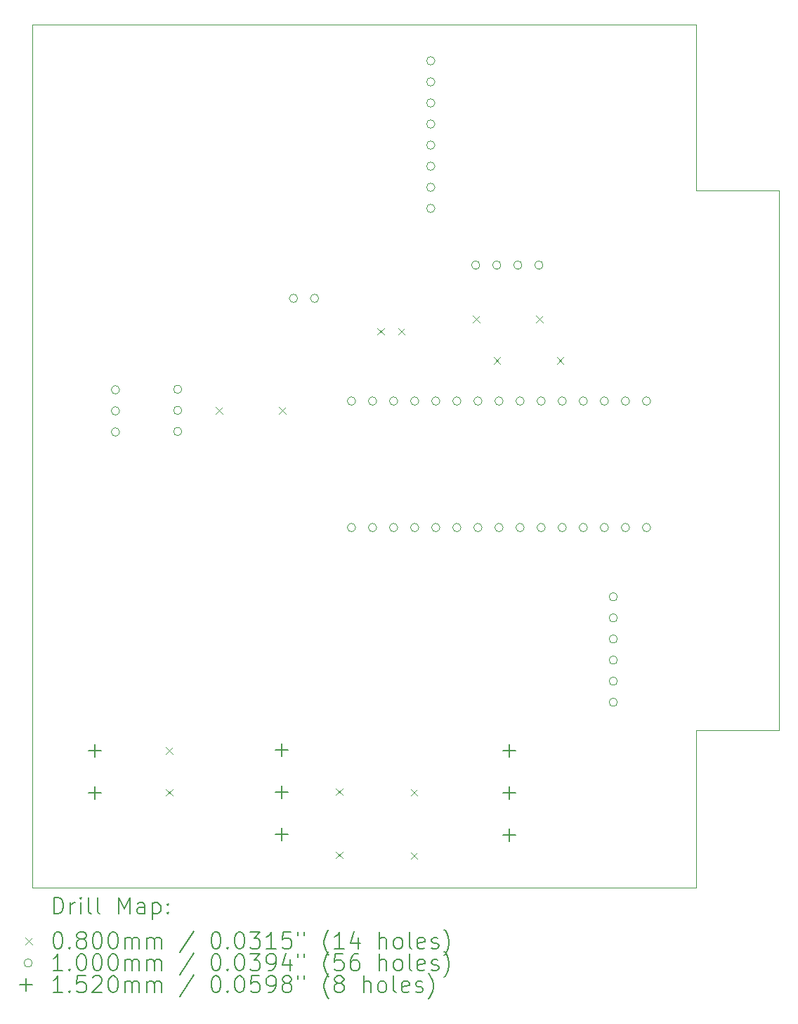
<source format=gbr>
%TF.GenerationSoftware,KiCad,Pcbnew,8.0.2*%
%TF.CreationDate,2024-06-03T18:55:45+02:00*%
%TF.ProjectId,Taupunkt,54617570-756e-46b7-942e-6b696361645f,rev?*%
%TF.SameCoordinates,Original*%
%TF.FileFunction,Drillmap*%
%TF.FilePolarity,Positive*%
%FSLAX45Y45*%
G04 Gerber Fmt 4.5, Leading zero omitted, Abs format (unit mm)*
G04 Created by KiCad (PCBNEW 8.0.2) date 2024-06-03 18:55:45*
%MOMM*%
%LPD*%
G01*
G04 APERTURE LIST*
%ADD10C,0.050000*%
%ADD11C,0.200000*%
%ADD12C,0.100000*%
%ADD13C,0.152000*%
G04 APERTURE END LIST*
D10*
X13000000Y-8000000D02*
X14000000Y-8000000D01*
X14000000Y-14500000D01*
X13000000Y-14500000D01*
X13000000Y-16400000D01*
X5000000Y-16400000D01*
X5000000Y-6000000D01*
X13000000Y-6000000D01*
X13000000Y-8000000D01*
D11*
D12*
X6610000Y-14710000D02*
X6690000Y-14790000D01*
X6690000Y-14710000D02*
X6610000Y-14790000D01*
X6610000Y-15210000D02*
X6690000Y-15290000D01*
X6690000Y-15210000D02*
X6610000Y-15290000D01*
X7210000Y-10610000D02*
X7290000Y-10690000D01*
X7290000Y-10610000D02*
X7210000Y-10690000D01*
X7972000Y-10610000D02*
X8052000Y-10690000D01*
X8052000Y-10610000D02*
X7972000Y-10690000D01*
X8660000Y-15206000D02*
X8740000Y-15286000D01*
X8740000Y-15206000D02*
X8660000Y-15286000D01*
X8660000Y-15968000D02*
X8740000Y-16048000D01*
X8740000Y-15968000D02*
X8660000Y-16048000D01*
X9157000Y-9660000D02*
X9237000Y-9740000D01*
X9237000Y-9660000D02*
X9157000Y-9740000D01*
X9407000Y-9660000D02*
X9487000Y-9740000D01*
X9487000Y-9660000D02*
X9407000Y-9740000D01*
X9560000Y-15210000D02*
X9640000Y-15290000D01*
X9640000Y-15210000D02*
X9560000Y-15290000D01*
X9560000Y-15972000D02*
X9640000Y-16052000D01*
X9640000Y-15972000D02*
X9560000Y-16052000D01*
X10310000Y-9510000D02*
X10390000Y-9590000D01*
X10390000Y-9510000D02*
X10310000Y-9590000D01*
X10560000Y-10010000D02*
X10640000Y-10090000D01*
X10640000Y-10010000D02*
X10560000Y-10090000D01*
X11072000Y-9510000D02*
X11152000Y-9590000D01*
X11152000Y-9510000D02*
X11072000Y-9590000D01*
X11322000Y-10010000D02*
X11402000Y-10090000D01*
X11402000Y-10010000D02*
X11322000Y-10090000D01*
X6050000Y-10401500D02*
G75*
G02*
X5950000Y-10401500I-50000J0D01*
G01*
X5950000Y-10401500D02*
G75*
G02*
X6050000Y-10401500I50000J0D01*
G01*
X6050000Y-10655500D02*
G75*
G02*
X5950000Y-10655500I-50000J0D01*
G01*
X5950000Y-10655500D02*
G75*
G02*
X6050000Y-10655500I50000J0D01*
G01*
X6050000Y-10909500D02*
G75*
G02*
X5950000Y-10909500I-50000J0D01*
G01*
X5950000Y-10909500D02*
G75*
G02*
X6050000Y-10909500I50000J0D01*
G01*
X6800000Y-10396000D02*
G75*
G02*
X6700000Y-10396000I-50000J0D01*
G01*
X6700000Y-10396000D02*
G75*
G02*
X6800000Y-10396000I50000J0D01*
G01*
X6800000Y-10650000D02*
G75*
G02*
X6700000Y-10650000I-50000J0D01*
G01*
X6700000Y-10650000D02*
G75*
G02*
X6800000Y-10650000I50000J0D01*
G01*
X6800000Y-10904000D02*
G75*
G02*
X6700000Y-10904000I-50000J0D01*
G01*
X6700000Y-10904000D02*
G75*
G02*
X6800000Y-10904000I50000J0D01*
G01*
X8195500Y-9300000D02*
G75*
G02*
X8095500Y-9300000I-50000J0D01*
G01*
X8095500Y-9300000D02*
G75*
G02*
X8195500Y-9300000I50000J0D01*
G01*
X8449500Y-9300000D02*
G75*
G02*
X8349500Y-9300000I-50000J0D01*
G01*
X8349500Y-9300000D02*
G75*
G02*
X8449500Y-9300000I50000J0D01*
G01*
X8895000Y-10537000D02*
G75*
G02*
X8795000Y-10537000I-50000J0D01*
G01*
X8795000Y-10537000D02*
G75*
G02*
X8895000Y-10537000I50000J0D01*
G01*
X8895000Y-12061000D02*
G75*
G02*
X8795000Y-12061000I-50000J0D01*
G01*
X8795000Y-12061000D02*
G75*
G02*
X8895000Y-12061000I50000J0D01*
G01*
X9149000Y-10537000D02*
G75*
G02*
X9049000Y-10537000I-50000J0D01*
G01*
X9049000Y-10537000D02*
G75*
G02*
X9149000Y-10537000I50000J0D01*
G01*
X9149000Y-12061000D02*
G75*
G02*
X9049000Y-12061000I-50000J0D01*
G01*
X9049000Y-12061000D02*
G75*
G02*
X9149000Y-12061000I50000J0D01*
G01*
X9403000Y-10537000D02*
G75*
G02*
X9303000Y-10537000I-50000J0D01*
G01*
X9303000Y-10537000D02*
G75*
G02*
X9403000Y-10537000I50000J0D01*
G01*
X9403000Y-12061000D02*
G75*
G02*
X9303000Y-12061000I-50000J0D01*
G01*
X9303000Y-12061000D02*
G75*
G02*
X9403000Y-12061000I50000J0D01*
G01*
X9657000Y-10537000D02*
G75*
G02*
X9557000Y-10537000I-50000J0D01*
G01*
X9557000Y-10537000D02*
G75*
G02*
X9657000Y-10537000I50000J0D01*
G01*
X9657000Y-12061000D02*
G75*
G02*
X9557000Y-12061000I-50000J0D01*
G01*
X9557000Y-12061000D02*
G75*
G02*
X9657000Y-12061000I50000J0D01*
G01*
X9850000Y-6438000D02*
G75*
G02*
X9750000Y-6438000I-50000J0D01*
G01*
X9750000Y-6438000D02*
G75*
G02*
X9850000Y-6438000I50000J0D01*
G01*
X9850000Y-6692000D02*
G75*
G02*
X9750000Y-6692000I-50000J0D01*
G01*
X9750000Y-6692000D02*
G75*
G02*
X9850000Y-6692000I50000J0D01*
G01*
X9850000Y-6946000D02*
G75*
G02*
X9750000Y-6946000I-50000J0D01*
G01*
X9750000Y-6946000D02*
G75*
G02*
X9850000Y-6946000I50000J0D01*
G01*
X9850000Y-7200000D02*
G75*
G02*
X9750000Y-7200000I-50000J0D01*
G01*
X9750000Y-7200000D02*
G75*
G02*
X9850000Y-7200000I50000J0D01*
G01*
X9850000Y-7454000D02*
G75*
G02*
X9750000Y-7454000I-50000J0D01*
G01*
X9750000Y-7454000D02*
G75*
G02*
X9850000Y-7454000I50000J0D01*
G01*
X9850000Y-7708000D02*
G75*
G02*
X9750000Y-7708000I-50000J0D01*
G01*
X9750000Y-7708000D02*
G75*
G02*
X9850000Y-7708000I50000J0D01*
G01*
X9850000Y-7962000D02*
G75*
G02*
X9750000Y-7962000I-50000J0D01*
G01*
X9750000Y-7962000D02*
G75*
G02*
X9850000Y-7962000I50000J0D01*
G01*
X9850000Y-8216000D02*
G75*
G02*
X9750000Y-8216000I-50000J0D01*
G01*
X9750000Y-8216000D02*
G75*
G02*
X9850000Y-8216000I50000J0D01*
G01*
X9911000Y-10537000D02*
G75*
G02*
X9811000Y-10537000I-50000J0D01*
G01*
X9811000Y-10537000D02*
G75*
G02*
X9911000Y-10537000I50000J0D01*
G01*
X9911000Y-12061000D02*
G75*
G02*
X9811000Y-12061000I-50000J0D01*
G01*
X9811000Y-12061000D02*
G75*
G02*
X9911000Y-12061000I50000J0D01*
G01*
X10165000Y-10537000D02*
G75*
G02*
X10065000Y-10537000I-50000J0D01*
G01*
X10065000Y-10537000D02*
G75*
G02*
X10165000Y-10537000I50000J0D01*
G01*
X10165000Y-12061000D02*
G75*
G02*
X10065000Y-12061000I-50000J0D01*
G01*
X10065000Y-12061000D02*
G75*
G02*
X10165000Y-12061000I50000J0D01*
G01*
X10392000Y-8900000D02*
G75*
G02*
X10292000Y-8900000I-50000J0D01*
G01*
X10292000Y-8900000D02*
G75*
G02*
X10392000Y-8900000I50000J0D01*
G01*
X10419000Y-10537000D02*
G75*
G02*
X10319000Y-10537000I-50000J0D01*
G01*
X10319000Y-10537000D02*
G75*
G02*
X10419000Y-10537000I50000J0D01*
G01*
X10419000Y-12061000D02*
G75*
G02*
X10319000Y-12061000I-50000J0D01*
G01*
X10319000Y-12061000D02*
G75*
G02*
X10419000Y-12061000I50000J0D01*
G01*
X10646000Y-8900000D02*
G75*
G02*
X10546000Y-8900000I-50000J0D01*
G01*
X10546000Y-8900000D02*
G75*
G02*
X10646000Y-8900000I50000J0D01*
G01*
X10673000Y-10537000D02*
G75*
G02*
X10573000Y-10537000I-50000J0D01*
G01*
X10573000Y-10537000D02*
G75*
G02*
X10673000Y-10537000I50000J0D01*
G01*
X10673000Y-12061000D02*
G75*
G02*
X10573000Y-12061000I-50000J0D01*
G01*
X10573000Y-12061000D02*
G75*
G02*
X10673000Y-12061000I50000J0D01*
G01*
X10900000Y-8900000D02*
G75*
G02*
X10800000Y-8900000I-50000J0D01*
G01*
X10800000Y-8900000D02*
G75*
G02*
X10900000Y-8900000I50000J0D01*
G01*
X10927000Y-10537000D02*
G75*
G02*
X10827000Y-10537000I-50000J0D01*
G01*
X10827000Y-10537000D02*
G75*
G02*
X10927000Y-10537000I50000J0D01*
G01*
X10927000Y-12061000D02*
G75*
G02*
X10827000Y-12061000I-50000J0D01*
G01*
X10827000Y-12061000D02*
G75*
G02*
X10927000Y-12061000I50000J0D01*
G01*
X11154000Y-8900000D02*
G75*
G02*
X11054000Y-8900000I-50000J0D01*
G01*
X11054000Y-8900000D02*
G75*
G02*
X11154000Y-8900000I50000J0D01*
G01*
X11181000Y-10537000D02*
G75*
G02*
X11081000Y-10537000I-50000J0D01*
G01*
X11081000Y-10537000D02*
G75*
G02*
X11181000Y-10537000I50000J0D01*
G01*
X11181000Y-12061000D02*
G75*
G02*
X11081000Y-12061000I-50000J0D01*
G01*
X11081000Y-12061000D02*
G75*
G02*
X11181000Y-12061000I50000J0D01*
G01*
X11435000Y-10537000D02*
G75*
G02*
X11335000Y-10537000I-50000J0D01*
G01*
X11335000Y-10537000D02*
G75*
G02*
X11435000Y-10537000I50000J0D01*
G01*
X11435000Y-12061000D02*
G75*
G02*
X11335000Y-12061000I-50000J0D01*
G01*
X11335000Y-12061000D02*
G75*
G02*
X11435000Y-12061000I50000J0D01*
G01*
X11689000Y-10537000D02*
G75*
G02*
X11589000Y-10537000I-50000J0D01*
G01*
X11589000Y-10537000D02*
G75*
G02*
X11689000Y-10537000I50000J0D01*
G01*
X11689000Y-12061000D02*
G75*
G02*
X11589000Y-12061000I-50000J0D01*
G01*
X11589000Y-12061000D02*
G75*
G02*
X11689000Y-12061000I50000J0D01*
G01*
X11943000Y-10537000D02*
G75*
G02*
X11843000Y-10537000I-50000J0D01*
G01*
X11843000Y-10537000D02*
G75*
G02*
X11943000Y-10537000I50000J0D01*
G01*
X11943000Y-12061000D02*
G75*
G02*
X11843000Y-12061000I-50000J0D01*
G01*
X11843000Y-12061000D02*
G75*
G02*
X11943000Y-12061000I50000J0D01*
G01*
X12050000Y-12896000D02*
G75*
G02*
X11950000Y-12896000I-50000J0D01*
G01*
X11950000Y-12896000D02*
G75*
G02*
X12050000Y-12896000I50000J0D01*
G01*
X12050000Y-13150000D02*
G75*
G02*
X11950000Y-13150000I-50000J0D01*
G01*
X11950000Y-13150000D02*
G75*
G02*
X12050000Y-13150000I50000J0D01*
G01*
X12050000Y-13404000D02*
G75*
G02*
X11950000Y-13404000I-50000J0D01*
G01*
X11950000Y-13404000D02*
G75*
G02*
X12050000Y-13404000I50000J0D01*
G01*
X12050000Y-13658000D02*
G75*
G02*
X11950000Y-13658000I-50000J0D01*
G01*
X11950000Y-13658000D02*
G75*
G02*
X12050000Y-13658000I50000J0D01*
G01*
X12050000Y-13912000D02*
G75*
G02*
X11950000Y-13912000I-50000J0D01*
G01*
X11950000Y-13912000D02*
G75*
G02*
X12050000Y-13912000I50000J0D01*
G01*
X12050000Y-14166000D02*
G75*
G02*
X11950000Y-14166000I-50000J0D01*
G01*
X11950000Y-14166000D02*
G75*
G02*
X12050000Y-14166000I50000J0D01*
G01*
X12197000Y-10537000D02*
G75*
G02*
X12097000Y-10537000I-50000J0D01*
G01*
X12097000Y-10537000D02*
G75*
G02*
X12197000Y-10537000I50000J0D01*
G01*
X12197000Y-12061000D02*
G75*
G02*
X12097000Y-12061000I-50000J0D01*
G01*
X12097000Y-12061000D02*
G75*
G02*
X12197000Y-12061000I50000J0D01*
G01*
X12451000Y-10537000D02*
G75*
G02*
X12351000Y-10537000I-50000J0D01*
G01*
X12351000Y-10537000D02*
G75*
G02*
X12451000Y-10537000I50000J0D01*
G01*
X12451000Y-12061000D02*
G75*
G02*
X12351000Y-12061000I-50000J0D01*
G01*
X12351000Y-12061000D02*
G75*
G02*
X12451000Y-12061000I50000J0D01*
G01*
D13*
X5750000Y-14670000D02*
X5750000Y-14822000D01*
X5674000Y-14746000D02*
X5826000Y-14746000D01*
X5750000Y-15178000D02*
X5750000Y-15330000D01*
X5674000Y-15254000D02*
X5826000Y-15254000D01*
X8000000Y-14666000D02*
X8000000Y-14818000D01*
X7924000Y-14742000D02*
X8076000Y-14742000D01*
X8000000Y-15174000D02*
X8000000Y-15326000D01*
X7924000Y-15250000D02*
X8076000Y-15250000D01*
X8000000Y-15682000D02*
X8000000Y-15834000D01*
X7924000Y-15758000D02*
X8076000Y-15758000D01*
X10750000Y-14674000D02*
X10750000Y-14826000D01*
X10674000Y-14750000D02*
X10826000Y-14750000D01*
X10750000Y-15182000D02*
X10750000Y-15334000D01*
X10674000Y-15258000D02*
X10826000Y-15258000D01*
X10750000Y-15690000D02*
X10750000Y-15842000D01*
X10674000Y-15766000D02*
X10826000Y-15766000D01*
D11*
X5258277Y-16713984D02*
X5258277Y-16513984D01*
X5258277Y-16513984D02*
X5305896Y-16513984D01*
X5305896Y-16513984D02*
X5334467Y-16523508D01*
X5334467Y-16523508D02*
X5353515Y-16542555D01*
X5353515Y-16542555D02*
X5363039Y-16561603D01*
X5363039Y-16561603D02*
X5372563Y-16599698D01*
X5372563Y-16599698D02*
X5372563Y-16628269D01*
X5372563Y-16628269D02*
X5363039Y-16666365D01*
X5363039Y-16666365D02*
X5353515Y-16685412D01*
X5353515Y-16685412D02*
X5334467Y-16704460D01*
X5334467Y-16704460D02*
X5305896Y-16713984D01*
X5305896Y-16713984D02*
X5258277Y-16713984D01*
X5458277Y-16713984D02*
X5458277Y-16580650D01*
X5458277Y-16618746D02*
X5467801Y-16599698D01*
X5467801Y-16599698D02*
X5477324Y-16590174D01*
X5477324Y-16590174D02*
X5496372Y-16580650D01*
X5496372Y-16580650D02*
X5515420Y-16580650D01*
X5582086Y-16713984D02*
X5582086Y-16580650D01*
X5582086Y-16513984D02*
X5572563Y-16523508D01*
X5572563Y-16523508D02*
X5582086Y-16533031D01*
X5582086Y-16533031D02*
X5591610Y-16523508D01*
X5591610Y-16523508D02*
X5582086Y-16513984D01*
X5582086Y-16513984D02*
X5582086Y-16533031D01*
X5705896Y-16713984D02*
X5686848Y-16704460D01*
X5686848Y-16704460D02*
X5677324Y-16685412D01*
X5677324Y-16685412D02*
X5677324Y-16513984D01*
X5810658Y-16713984D02*
X5791610Y-16704460D01*
X5791610Y-16704460D02*
X5782086Y-16685412D01*
X5782086Y-16685412D02*
X5782086Y-16513984D01*
X6039229Y-16713984D02*
X6039229Y-16513984D01*
X6039229Y-16513984D02*
X6105896Y-16656841D01*
X6105896Y-16656841D02*
X6172562Y-16513984D01*
X6172562Y-16513984D02*
X6172562Y-16713984D01*
X6353515Y-16713984D02*
X6353515Y-16609222D01*
X6353515Y-16609222D02*
X6343991Y-16590174D01*
X6343991Y-16590174D02*
X6324943Y-16580650D01*
X6324943Y-16580650D02*
X6286848Y-16580650D01*
X6286848Y-16580650D02*
X6267801Y-16590174D01*
X6353515Y-16704460D02*
X6334467Y-16713984D01*
X6334467Y-16713984D02*
X6286848Y-16713984D01*
X6286848Y-16713984D02*
X6267801Y-16704460D01*
X6267801Y-16704460D02*
X6258277Y-16685412D01*
X6258277Y-16685412D02*
X6258277Y-16666365D01*
X6258277Y-16666365D02*
X6267801Y-16647317D01*
X6267801Y-16647317D02*
X6286848Y-16637793D01*
X6286848Y-16637793D02*
X6334467Y-16637793D01*
X6334467Y-16637793D02*
X6353515Y-16628269D01*
X6448753Y-16580650D02*
X6448753Y-16780650D01*
X6448753Y-16590174D02*
X6467801Y-16580650D01*
X6467801Y-16580650D02*
X6505896Y-16580650D01*
X6505896Y-16580650D02*
X6524943Y-16590174D01*
X6524943Y-16590174D02*
X6534467Y-16599698D01*
X6534467Y-16599698D02*
X6543991Y-16618746D01*
X6543991Y-16618746D02*
X6543991Y-16675888D01*
X6543991Y-16675888D02*
X6534467Y-16694936D01*
X6534467Y-16694936D02*
X6524943Y-16704460D01*
X6524943Y-16704460D02*
X6505896Y-16713984D01*
X6505896Y-16713984D02*
X6467801Y-16713984D01*
X6467801Y-16713984D02*
X6448753Y-16704460D01*
X6629705Y-16694936D02*
X6639229Y-16704460D01*
X6639229Y-16704460D02*
X6629705Y-16713984D01*
X6629705Y-16713984D02*
X6620182Y-16704460D01*
X6620182Y-16704460D02*
X6629705Y-16694936D01*
X6629705Y-16694936D02*
X6629705Y-16713984D01*
X6629705Y-16590174D02*
X6639229Y-16599698D01*
X6639229Y-16599698D02*
X6629705Y-16609222D01*
X6629705Y-16609222D02*
X6620182Y-16599698D01*
X6620182Y-16599698D02*
X6629705Y-16590174D01*
X6629705Y-16590174D02*
X6629705Y-16609222D01*
D12*
X4917500Y-17002500D02*
X4997500Y-17082500D01*
X4997500Y-17002500D02*
X4917500Y-17082500D01*
D11*
X5296372Y-16933984D02*
X5315420Y-16933984D01*
X5315420Y-16933984D02*
X5334467Y-16943508D01*
X5334467Y-16943508D02*
X5343991Y-16953031D01*
X5343991Y-16953031D02*
X5353515Y-16972079D01*
X5353515Y-16972079D02*
X5363039Y-17010174D01*
X5363039Y-17010174D02*
X5363039Y-17057793D01*
X5363039Y-17057793D02*
X5353515Y-17095889D01*
X5353515Y-17095889D02*
X5343991Y-17114936D01*
X5343991Y-17114936D02*
X5334467Y-17124460D01*
X5334467Y-17124460D02*
X5315420Y-17133984D01*
X5315420Y-17133984D02*
X5296372Y-17133984D01*
X5296372Y-17133984D02*
X5277324Y-17124460D01*
X5277324Y-17124460D02*
X5267801Y-17114936D01*
X5267801Y-17114936D02*
X5258277Y-17095889D01*
X5258277Y-17095889D02*
X5248753Y-17057793D01*
X5248753Y-17057793D02*
X5248753Y-17010174D01*
X5248753Y-17010174D02*
X5258277Y-16972079D01*
X5258277Y-16972079D02*
X5267801Y-16953031D01*
X5267801Y-16953031D02*
X5277324Y-16943508D01*
X5277324Y-16943508D02*
X5296372Y-16933984D01*
X5448753Y-17114936D02*
X5458277Y-17124460D01*
X5458277Y-17124460D02*
X5448753Y-17133984D01*
X5448753Y-17133984D02*
X5439229Y-17124460D01*
X5439229Y-17124460D02*
X5448753Y-17114936D01*
X5448753Y-17114936D02*
X5448753Y-17133984D01*
X5572563Y-17019698D02*
X5553515Y-17010174D01*
X5553515Y-17010174D02*
X5543991Y-17000650D01*
X5543991Y-17000650D02*
X5534467Y-16981603D01*
X5534467Y-16981603D02*
X5534467Y-16972079D01*
X5534467Y-16972079D02*
X5543991Y-16953031D01*
X5543991Y-16953031D02*
X5553515Y-16943508D01*
X5553515Y-16943508D02*
X5572563Y-16933984D01*
X5572563Y-16933984D02*
X5610658Y-16933984D01*
X5610658Y-16933984D02*
X5629705Y-16943508D01*
X5629705Y-16943508D02*
X5639229Y-16953031D01*
X5639229Y-16953031D02*
X5648753Y-16972079D01*
X5648753Y-16972079D02*
X5648753Y-16981603D01*
X5648753Y-16981603D02*
X5639229Y-17000650D01*
X5639229Y-17000650D02*
X5629705Y-17010174D01*
X5629705Y-17010174D02*
X5610658Y-17019698D01*
X5610658Y-17019698D02*
X5572563Y-17019698D01*
X5572563Y-17019698D02*
X5553515Y-17029222D01*
X5553515Y-17029222D02*
X5543991Y-17038746D01*
X5543991Y-17038746D02*
X5534467Y-17057793D01*
X5534467Y-17057793D02*
X5534467Y-17095889D01*
X5534467Y-17095889D02*
X5543991Y-17114936D01*
X5543991Y-17114936D02*
X5553515Y-17124460D01*
X5553515Y-17124460D02*
X5572563Y-17133984D01*
X5572563Y-17133984D02*
X5610658Y-17133984D01*
X5610658Y-17133984D02*
X5629705Y-17124460D01*
X5629705Y-17124460D02*
X5639229Y-17114936D01*
X5639229Y-17114936D02*
X5648753Y-17095889D01*
X5648753Y-17095889D02*
X5648753Y-17057793D01*
X5648753Y-17057793D02*
X5639229Y-17038746D01*
X5639229Y-17038746D02*
X5629705Y-17029222D01*
X5629705Y-17029222D02*
X5610658Y-17019698D01*
X5772562Y-16933984D02*
X5791610Y-16933984D01*
X5791610Y-16933984D02*
X5810658Y-16943508D01*
X5810658Y-16943508D02*
X5820182Y-16953031D01*
X5820182Y-16953031D02*
X5829705Y-16972079D01*
X5829705Y-16972079D02*
X5839229Y-17010174D01*
X5839229Y-17010174D02*
X5839229Y-17057793D01*
X5839229Y-17057793D02*
X5829705Y-17095889D01*
X5829705Y-17095889D02*
X5820182Y-17114936D01*
X5820182Y-17114936D02*
X5810658Y-17124460D01*
X5810658Y-17124460D02*
X5791610Y-17133984D01*
X5791610Y-17133984D02*
X5772562Y-17133984D01*
X5772562Y-17133984D02*
X5753515Y-17124460D01*
X5753515Y-17124460D02*
X5743991Y-17114936D01*
X5743991Y-17114936D02*
X5734467Y-17095889D01*
X5734467Y-17095889D02*
X5724943Y-17057793D01*
X5724943Y-17057793D02*
X5724943Y-17010174D01*
X5724943Y-17010174D02*
X5734467Y-16972079D01*
X5734467Y-16972079D02*
X5743991Y-16953031D01*
X5743991Y-16953031D02*
X5753515Y-16943508D01*
X5753515Y-16943508D02*
X5772562Y-16933984D01*
X5963039Y-16933984D02*
X5982086Y-16933984D01*
X5982086Y-16933984D02*
X6001134Y-16943508D01*
X6001134Y-16943508D02*
X6010658Y-16953031D01*
X6010658Y-16953031D02*
X6020182Y-16972079D01*
X6020182Y-16972079D02*
X6029705Y-17010174D01*
X6029705Y-17010174D02*
X6029705Y-17057793D01*
X6029705Y-17057793D02*
X6020182Y-17095889D01*
X6020182Y-17095889D02*
X6010658Y-17114936D01*
X6010658Y-17114936D02*
X6001134Y-17124460D01*
X6001134Y-17124460D02*
X5982086Y-17133984D01*
X5982086Y-17133984D02*
X5963039Y-17133984D01*
X5963039Y-17133984D02*
X5943991Y-17124460D01*
X5943991Y-17124460D02*
X5934467Y-17114936D01*
X5934467Y-17114936D02*
X5924943Y-17095889D01*
X5924943Y-17095889D02*
X5915420Y-17057793D01*
X5915420Y-17057793D02*
X5915420Y-17010174D01*
X5915420Y-17010174D02*
X5924943Y-16972079D01*
X5924943Y-16972079D02*
X5934467Y-16953031D01*
X5934467Y-16953031D02*
X5943991Y-16943508D01*
X5943991Y-16943508D02*
X5963039Y-16933984D01*
X6115420Y-17133984D02*
X6115420Y-17000650D01*
X6115420Y-17019698D02*
X6124943Y-17010174D01*
X6124943Y-17010174D02*
X6143991Y-17000650D01*
X6143991Y-17000650D02*
X6172563Y-17000650D01*
X6172563Y-17000650D02*
X6191610Y-17010174D01*
X6191610Y-17010174D02*
X6201134Y-17029222D01*
X6201134Y-17029222D02*
X6201134Y-17133984D01*
X6201134Y-17029222D02*
X6210658Y-17010174D01*
X6210658Y-17010174D02*
X6229705Y-17000650D01*
X6229705Y-17000650D02*
X6258277Y-17000650D01*
X6258277Y-17000650D02*
X6277324Y-17010174D01*
X6277324Y-17010174D02*
X6286848Y-17029222D01*
X6286848Y-17029222D02*
X6286848Y-17133984D01*
X6382086Y-17133984D02*
X6382086Y-17000650D01*
X6382086Y-17019698D02*
X6391610Y-17010174D01*
X6391610Y-17010174D02*
X6410658Y-17000650D01*
X6410658Y-17000650D02*
X6439229Y-17000650D01*
X6439229Y-17000650D02*
X6458277Y-17010174D01*
X6458277Y-17010174D02*
X6467801Y-17029222D01*
X6467801Y-17029222D02*
X6467801Y-17133984D01*
X6467801Y-17029222D02*
X6477324Y-17010174D01*
X6477324Y-17010174D02*
X6496372Y-17000650D01*
X6496372Y-17000650D02*
X6524943Y-17000650D01*
X6524943Y-17000650D02*
X6543991Y-17010174D01*
X6543991Y-17010174D02*
X6553515Y-17029222D01*
X6553515Y-17029222D02*
X6553515Y-17133984D01*
X6943991Y-16924460D02*
X6772563Y-17181603D01*
X7201134Y-16933984D02*
X7220182Y-16933984D01*
X7220182Y-16933984D02*
X7239229Y-16943508D01*
X7239229Y-16943508D02*
X7248753Y-16953031D01*
X7248753Y-16953031D02*
X7258277Y-16972079D01*
X7258277Y-16972079D02*
X7267801Y-17010174D01*
X7267801Y-17010174D02*
X7267801Y-17057793D01*
X7267801Y-17057793D02*
X7258277Y-17095889D01*
X7258277Y-17095889D02*
X7248753Y-17114936D01*
X7248753Y-17114936D02*
X7239229Y-17124460D01*
X7239229Y-17124460D02*
X7220182Y-17133984D01*
X7220182Y-17133984D02*
X7201134Y-17133984D01*
X7201134Y-17133984D02*
X7182086Y-17124460D01*
X7182086Y-17124460D02*
X7172563Y-17114936D01*
X7172563Y-17114936D02*
X7163039Y-17095889D01*
X7163039Y-17095889D02*
X7153515Y-17057793D01*
X7153515Y-17057793D02*
X7153515Y-17010174D01*
X7153515Y-17010174D02*
X7163039Y-16972079D01*
X7163039Y-16972079D02*
X7172563Y-16953031D01*
X7172563Y-16953031D02*
X7182086Y-16943508D01*
X7182086Y-16943508D02*
X7201134Y-16933984D01*
X7353515Y-17114936D02*
X7363039Y-17124460D01*
X7363039Y-17124460D02*
X7353515Y-17133984D01*
X7353515Y-17133984D02*
X7343991Y-17124460D01*
X7343991Y-17124460D02*
X7353515Y-17114936D01*
X7353515Y-17114936D02*
X7353515Y-17133984D01*
X7486848Y-16933984D02*
X7505896Y-16933984D01*
X7505896Y-16933984D02*
X7524944Y-16943508D01*
X7524944Y-16943508D02*
X7534467Y-16953031D01*
X7534467Y-16953031D02*
X7543991Y-16972079D01*
X7543991Y-16972079D02*
X7553515Y-17010174D01*
X7553515Y-17010174D02*
X7553515Y-17057793D01*
X7553515Y-17057793D02*
X7543991Y-17095889D01*
X7543991Y-17095889D02*
X7534467Y-17114936D01*
X7534467Y-17114936D02*
X7524944Y-17124460D01*
X7524944Y-17124460D02*
X7505896Y-17133984D01*
X7505896Y-17133984D02*
X7486848Y-17133984D01*
X7486848Y-17133984D02*
X7467801Y-17124460D01*
X7467801Y-17124460D02*
X7458277Y-17114936D01*
X7458277Y-17114936D02*
X7448753Y-17095889D01*
X7448753Y-17095889D02*
X7439229Y-17057793D01*
X7439229Y-17057793D02*
X7439229Y-17010174D01*
X7439229Y-17010174D02*
X7448753Y-16972079D01*
X7448753Y-16972079D02*
X7458277Y-16953031D01*
X7458277Y-16953031D02*
X7467801Y-16943508D01*
X7467801Y-16943508D02*
X7486848Y-16933984D01*
X7620182Y-16933984D02*
X7743991Y-16933984D01*
X7743991Y-16933984D02*
X7677325Y-17010174D01*
X7677325Y-17010174D02*
X7705896Y-17010174D01*
X7705896Y-17010174D02*
X7724944Y-17019698D01*
X7724944Y-17019698D02*
X7734467Y-17029222D01*
X7734467Y-17029222D02*
X7743991Y-17048270D01*
X7743991Y-17048270D02*
X7743991Y-17095889D01*
X7743991Y-17095889D02*
X7734467Y-17114936D01*
X7734467Y-17114936D02*
X7724944Y-17124460D01*
X7724944Y-17124460D02*
X7705896Y-17133984D01*
X7705896Y-17133984D02*
X7648753Y-17133984D01*
X7648753Y-17133984D02*
X7629706Y-17124460D01*
X7629706Y-17124460D02*
X7620182Y-17114936D01*
X7934467Y-17133984D02*
X7820182Y-17133984D01*
X7877325Y-17133984D02*
X7877325Y-16933984D01*
X7877325Y-16933984D02*
X7858277Y-16962555D01*
X7858277Y-16962555D02*
X7839229Y-16981603D01*
X7839229Y-16981603D02*
X7820182Y-16991127D01*
X8115420Y-16933984D02*
X8020182Y-16933984D01*
X8020182Y-16933984D02*
X8010658Y-17029222D01*
X8010658Y-17029222D02*
X8020182Y-17019698D01*
X8020182Y-17019698D02*
X8039229Y-17010174D01*
X8039229Y-17010174D02*
X8086848Y-17010174D01*
X8086848Y-17010174D02*
X8105896Y-17019698D01*
X8105896Y-17019698D02*
X8115420Y-17029222D01*
X8115420Y-17029222D02*
X8124944Y-17048270D01*
X8124944Y-17048270D02*
X8124944Y-17095889D01*
X8124944Y-17095889D02*
X8115420Y-17114936D01*
X8115420Y-17114936D02*
X8105896Y-17124460D01*
X8105896Y-17124460D02*
X8086848Y-17133984D01*
X8086848Y-17133984D02*
X8039229Y-17133984D01*
X8039229Y-17133984D02*
X8020182Y-17124460D01*
X8020182Y-17124460D02*
X8010658Y-17114936D01*
X8201134Y-16933984D02*
X8201134Y-16972079D01*
X8277325Y-16933984D02*
X8277325Y-16972079D01*
X8572563Y-17210174D02*
X8563039Y-17200650D01*
X8563039Y-17200650D02*
X8543991Y-17172079D01*
X8543991Y-17172079D02*
X8534468Y-17153031D01*
X8534468Y-17153031D02*
X8524944Y-17124460D01*
X8524944Y-17124460D02*
X8515420Y-17076841D01*
X8515420Y-17076841D02*
X8515420Y-17038746D01*
X8515420Y-17038746D02*
X8524944Y-16991127D01*
X8524944Y-16991127D02*
X8534468Y-16962555D01*
X8534468Y-16962555D02*
X8543991Y-16943508D01*
X8543991Y-16943508D02*
X8563039Y-16914936D01*
X8563039Y-16914936D02*
X8572563Y-16905412D01*
X8753515Y-17133984D02*
X8639230Y-17133984D01*
X8696372Y-17133984D02*
X8696372Y-16933984D01*
X8696372Y-16933984D02*
X8677325Y-16962555D01*
X8677325Y-16962555D02*
X8658277Y-16981603D01*
X8658277Y-16981603D02*
X8639230Y-16991127D01*
X8924944Y-17000650D02*
X8924944Y-17133984D01*
X8877325Y-16924460D02*
X8829706Y-17067317D01*
X8829706Y-17067317D02*
X8953515Y-17067317D01*
X9182087Y-17133984D02*
X9182087Y-16933984D01*
X9267801Y-17133984D02*
X9267801Y-17029222D01*
X9267801Y-17029222D02*
X9258277Y-17010174D01*
X9258277Y-17010174D02*
X9239230Y-17000650D01*
X9239230Y-17000650D02*
X9210658Y-17000650D01*
X9210658Y-17000650D02*
X9191611Y-17010174D01*
X9191611Y-17010174D02*
X9182087Y-17019698D01*
X9391611Y-17133984D02*
X9372563Y-17124460D01*
X9372563Y-17124460D02*
X9363039Y-17114936D01*
X9363039Y-17114936D02*
X9353515Y-17095889D01*
X9353515Y-17095889D02*
X9353515Y-17038746D01*
X9353515Y-17038746D02*
X9363039Y-17019698D01*
X9363039Y-17019698D02*
X9372563Y-17010174D01*
X9372563Y-17010174D02*
X9391611Y-17000650D01*
X9391611Y-17000650D02*
X9420182Y-17000650D01*
X9420182Y-17000650D02*
X9439230Y-17010174D01*
X9439230Y-17010174D02*
X9448753Y-17019698D01*
X9448753Y-17019698D02*
X9458277Y-17038746D01*
X9458277Y-17038746D02*
X9458277Y-17095889D01*
X9458277Y-17095889D02*
X9448753Y-17114936D01*
X9448753Y-17114936D02*
X9439230Y-17124460D01*
X9439230Y-17124460D02*
X9420182Y-17133984D01*
X9420182Y-17133984D02*
X9391611Y-17133984D01*
X9572563Y-17133984D02*
X9553515Y-17124460D01*
X9553515Y-17124460D02*
X9543992Y-17105412D01*
X9543992Y-17105412D02*
X9543992Y-16933984D01*
X9724944Y-17124460D02*
X9705896Y-17133984D01*
X9705896Y-17133984D02*
X9667801Y-17133984D01*
X9667801Y-17133984D02*
X9648753Y-17124460D01*
X9648753Y-17124460D02*
X9639230Y-17105412D01*
X9639230Y-17105412D02*
X9639230Y-17029222D01*
X9639230Y-17029222D02*
X9648753Y-17010174D01*
X9648753Y-17010174D02*
X9667801Y-17000650D01*
X9667801Y-17000650D02*
X9705896Y-17000650D01*
X9705896Y-17000650D02*
X9724944Y-17010174D01*
X9724944Y-17010174D02*
X9734468Y-17029222D01*
X9734468Y-17029222D02*
X9734468Y-17048270D01*
X9734468Y-17048270D02*
X9639230Y-17067317D01*
X9810658Y-17124460D02*
X9829706Y-17133984D01*
X9829706Y-17133984D02*
X9867801Y-17133984D01*
X9867801Y-17133984D02*
X9886849Y-17124460D01*
X9886849Y-17124460D02*
X9896373Y-17105412D01*
X9896373Y-17105412D02*
X9896373Y-17095889D01*
X9896373Y-17095889D02*
X9886849Y-17076841D01*
X9886849Y-17076841D02*
X9867801Y-17067317D01*
X9867801Y-17067317D02*
X9839230Y-17067317D01*
X9839230Y-17067317D02*
X9820182Y-17057793D01*
X9820182Y-17057793D02*
X9810658Y-17038746D01*
X9810658Y-17038746D02*
X9810658Y-17029222D01*
X9810658Y-17029222D02*
X9820182Y-17010174D01*
X9820182Y-17010174D02*
X9839230Y-17000650D01*
X9839230Y-17000650D02*
X9867801Y-17000650D01*
X9867801Y-17000650D02*
X9886849Y-17010174D01*
X9963039Y-17210174D02*
X9972563Y-17200650D01*
X9972563Y-17200650D02*
X9991611Y-17172079D01*
X9991611Y-17172079D02*
X10001134Y-17153031D01*
X10001134Y-17153031D02*
X10010658Y-17124460D01*
X10010658Y-17124460D02*
X10020182Y-17076841D01*
X10020182Y-17076841D02*
X10020182Y-17038746D01*
X10020182Y-17038746D02*
X10010658Y-16991127D01*
X10010658Y-16991127D02*
X10001134Y-16962555D01*
X10001134Y-16962555D02*
X9991611Y-16943508D01*
X9991611Y-16943508D02*
X9972563Y-16914936D01*
X9972563Y-16914936D02*
X9963039Y-16905412D01*
D12*
X4997500Y-17306500D02*
G75*
G02*
X4897500Y-17306500I-50000J0D01*
G01*
X4897500Y-17306500D02*
G75*
G02*
X4997500Y-17306500I50000J0D01*
G01*
D11*
X5363039Y-17397984D02*
X5248753Y-17397984D01*
X5305896Y-17397984D02*
X5305896Y-17197984D01*
X5305896Y-17197984D02*
X5286848Y-17226555D01*
X5286848Y-17226555D02*
X5267801Y-17245603D01*
X5267801Y-17245603D02*
X5248753Y-17255127D01*
X5448753Y-17378936D02*
X5458277Y-17388460D01*
X5458277Y-17388460D02*
X5448753Y-17397984D01*
X5448753Y-17397984D02*
X5439229Y-17388460D01*
X5439229Y-17388460D02*
X5448753Y-17378936D01*
X5448753Y-17378936D02*
X5448753Y-17397984D01*
X5582086Y-17197984D02*
X5601134Y-17197984D01*
X5601134Y-17197984D02*
X5620182Y-17207508D01*
X5620182Y-17207508D02*
X5629705Y-17217031D01*
X5629705Y-17217031D02*
X5639229Y-17236079D01*
X5639229Y-17236079D02*
X5648753Y-17274174D01*
X5648753Y-17274174D02*
X5648753Y-17321793D01*
X5648753Y-17321793D02*
X5639229Y-17359889D01*
X5639229Y-17359889D02*
X5629705Y-17378936D01*
X5629705Y-17378936D02*
X5620182Y-17388460D01*
X5620182Y-17388460D02*
X5601134Y-17397984D01*
X5601134Y-17397984D02*
X5582086Y-17397984D01*
X5582086Y-17397984D02*
X5563039Y-17388460D01*
X5563039Y-17388460D02*
X5553515Y-17378936D01*
X5553515Y-17378936D02*
X5543991Y-17359889D01*
X5543991Y-17359889D02*
X5534467Y-17321793D01*
X5534467Y-17321793D02*
X5534467Y-17274174D01*
X5534467Y-17274174D02*
X5543991Y-17236079D01*
X5543991Y-17236079D02*
X5553515Y-17217031D01*
X5553515Y-17217031D02*
X5563039Y-17207508D01*
X5563039Y-17207508D02*
X5582086Y-17197984D01*
X5772562Y-17197984D02*
X5791610Y-17197984D01*
X5791610Y-17197984D02*
X5810658Y-17207508D01*
X5810658Y-17207508D02*
X5820182Y-17217031D01*
X5820182Y-17217031D02*
X5829705Y-17236079D01*
X5829705Y-17236079D02*
X5839229Y-17274174D01*
X5839229Y-17274174D02*
X5839229Y-17321793D01*
X5839229Y-17321793D02*
X5829705Y-17359889D01*
X5829705Y-17359889D02*
X5820182Y-17378936D01*
X5820182Y-17378936D02*
X5810658Y-17388460D01*
X5810658Y-17388460D02*
X5791610Y-17397984D01*
X5791610Y-17397984D02*
X5772562Y-17397984D01*
X5772562Y-17397984D02*
X5753515Y-17388460D01*
X5753515Y-17388460D02*
X5743991Y-17378936D01*
X5743991Y-17378936D02*
X5734467Y-17359889D01*
X5734467Y-17359889D02*
X5724943Y-17321793D01*
X5724943Y-17321793D02*
X5724943Y-17274174D01*
X5724943Y-17274174D02*
X5734467Y-17236079D01*
X5734467Y-17236079D02*
X5743991Y-17217031D01*
X5743991Y-17217031D02*
X5753515Y-17207508D01*
X5753515Y-17207508D02*
X5772562Y-17197984D01*
X5963039Y-17197984D02*
X5982086Y-17197984D01*
X5982086Y-17197984D02*
X6001134Y-17207508D01*
X6001134Y-17207508D02*
X6010658Y-17217031D01*
X6010658Y-17217031D02*
X6020182Y-17236079D01*
X6020182Y-17236079D02*
X6029705Y-17274174D01*
X6029705Y-17274174D02*
X6029705Y-17321793D01*
X6029705Y-17321793D02*
X6020182Y-17359889D01*
X6020182Y-17359889D02*
X6010658Y-17378936D01*
X6010658Y-17378936D02*
X6001134Y-17388460D01*
X6001134Y-17388460D02*
X5982086Y-17397984D01*
X5982086Y-17397984D02*
X5963039Y-17397984D01*
X5963039Y-17397984D02*
X5943991Y-17388460D01*
X5943991Y-17388460D02*
X5934467Y-17378936D01*
X5934467Y-17378936D02*
X5924943Y-17359889D01*
X5924943Y-17359889D02*
X5915420Y-17321793D01*
X5915420Y-17321793D02*
X5915420Y-17274174D01*
X5915420Y-17274174D02*
X5924943Y-17236079D01*
X5924943Y-17236079D02*
X5934467Y-17217031D01*
X5934467Y-17217031D02*
X5943991Y-17207508D01*
X5943991Y-17207508D02*
X5963039Y-17197984D01*
X6115420Y-17397984D02*
X6115420Y-17264650D01*
X6115420Y-17283698D02*
X6124943Y-17274174D01*
X6124943Y-17274174D02*
X6143991Y-17264650D01*
X6143991Y-17264650D02*
X6172563Y-17264650D01*
X6172563Y-17264650D02*
X6191610Y-17274174D01*
X6191610Y-17274174D02*
X6201134Y-17293222D01*
X6201134Y-17293222D02*
X6201134Y-17397984D01*
X6201134Y-17293222D02*
X6210658Y-17274174D01*
X6210658Y-17274174D02*
X6229705Y-17264650D01*
X6229705Y-17264650D02*
X6258277Y-17264650D01*
X6258277Y-17264650D02*
X6277324Y-17274174D01*
X6277324Y-17274174D02*
X6286848Y-17293222D01*
X6286848Y-17293222D02*
X6286848Y-17397984D01*
X6382086Y-17397984D02*
X6382086Y-17264650D01*
X6382086Y-17283698D02*
X6391610Y-17274174D01*
X6391610Y-17274174D02*
X6410658Y-17264650D01*
X6410658Y-17264650D02*
X6439229Y-17264650D01*
X6439229Y-17264650D02*
X6458277Y-17274174D01*
X6458277Y-17274174D02*
X6467801Y-17293222D01*
X6467801Y-17293222D02*
X6467801Y-17397984D01*
X6467801Y-17293222D02*
X6477324Y-17274174D01*
X6477324Y-17274174D02*
X6496372Y-17264650D01*
X6496372Y-17264650D02*
X6524943Y-17264650D01*
X6524943Y-17264650D02*
X6543991Y-17274174D01*
X6543991Y-17274174D02*
X6553515Y-17293222D01*
X6553515Y-17293222D02*
X6553515Y-17397984D01*
X6943991Y-17188460D02*
X6772563Y-17445603D01*
X7201134Y-17197984D02*
X7220182Y-17197984D01*
X7220182Y-17197984D02*
X7239229Y-17207508D01*
X7239229Y-17207508D02*
X7248753Y-17217031D01*
X7248753Y-17217031D02*
X7258277Y-17236079D01*
X7258277Y-17236079D02*
X7267801Y-17274174D01*
X7267801Y-17274174D02*
X7267801Y-17321793D01*
X7267801Y-17321793D02*
X7258277Y-17359889D01*
X7258277Y-17359889D02*
X7248753Y-17378936D01*
X7248753Y-17378936D02*
X7239229Y-17388460D01*
X7239229Y-17388460D02*
X7220182Y-17397984D01*
X7220182Y-17397984D02*
X7201134Y-17397984D01*
X7201134Y-17397984D02*
X7182086Y-17388460D01*
X7182086Y-17388460D02*
X7172563Y-17378936D01*
X7172563Y-17378936D02*
X7163039Y-17359889D01*
X7163039Y-17359889D02*
X7153515Y-17321793D01*
X7153515Y-17321793D02*
X7153515Y-17274174D01*
X7153515Y-17274174D02*
X7163039Y-17236079D01*
X7163039Y-17236079D02*
X7172563Y-17217031D01*
X7172563Y-17217031D02*
X7182086Y-17207508D01*
X7182086Y-17207508D02*
X7201134Y-17197984D01*
X7353515Y-17378936D02*
X7363039Y-17388460D01*
X7363039Y-17388460D02*
X7353515Y-17397984D01*
X7353515Y-17397984D02*
X7343991Y-17388460D01*
X7343991Y-17388460D02*
X7353515Y-17378936D01*
X7353515Y-17378936D02*
X7353515Y-17397984D01*
X7486848Y-17197984D02*
X7505896Y-17197984D01*
X7505896Y-17197984D02*
X7524944Y-17207508D01*
X7524944Y-17207508D02*
X7534467Y-17217031D01*
X7534467Y-17217031D02*
X7543991Y-17236079D01*
X7543991Y-17236079D02*
X7553515Y-17274174D01*
X7553515Y-17274174D02*
X7553515Y-17321793D01*
X7553515Y-17321793D02*
X7543991Y-17359889D01*
X7543991Y-17359889D02*
X7534467Y-17378936D01*
X7534467Y-17378936D02*
X7524944Y-17388460D01*
X7524944Y-17388460D02*
X7505896Y-17397984D01*
X7505896Y-17397984D02*
X7486848Y-17397984D01*
X7486848Y-17397984D02*
X7467801Y-17388460D01*
X7467801Y-17388460D02*
X7458277Y-17378936D01*
X7458277Y-17378936D02*
X7448753Y-17359889D01*
X7448753Y-17359889D02*
X7439229Y-17321793D01*
X7439229Y-17321793D02*
X7439229Y-17274174D01*
X7439229Y-17274174D02*
X7448753Y-17236079D01*
X7448753Y-17236079D02*
X7458277Y-17217031D01*
X7458277Y-17217031D02*
X7467801Y-17207508D01*
X7467801Y-17207508D02*
X7486848Y-17197984D01*
X7620182Y-17197984D02*
X7743991Y-17197984D01*
X7743991Y-17197984D02*
X7677325Y-17274174D01*
X7677325Y-17274174D02*
X7705896Y-17274174D01*
X7705896Y-17274174D02*
X7724944Y-17283698D01*
X7724944Y-17283698D02*
X7734467Y-17293222D01*
X7734467Y-17293222D02*
X7743991Y-17312270D01*
X7743991Y-17312270D02*
X7743991Y-17359889D01*
X7743991Y-17359889D02*
X7734467Y-17378936D01*
X7734467Y-17378936D02*
X7724944Y-17388460D01*
X7724944Y-17388460D02*
X7705896Y-17397984D01*
X7705896Y-17397984D02*
X7648753Y-17397984D01*
X7648753Y-17397984D02*
X7629706Y-17388460D01*
X7629706Y-17388460D02*
X7620182Y-17378936D01*
X7839229Y-17397984D02*
X7877325Y-17397984D01*
X7877325Y-17397984D02*
X7896372Y-17388460D01*
X7896372Y-17388460D02*
X7905896Y-17378936D01*
X7905896Y-17378936D02*
X7924944Y-17350365D01*
X7924944Y-17350365D02*
X7934467Y-17312270D01*
X7934467Y-17312270D02*
X7934467Y-17236079D01*
X7934467Y-17236079D02*
X7924944Y-17217031D01*
X7924944Y-17217031D02*
X7915420Y-17207508D01*
X7915420Y-17207508D02*
X7896372Y-17197984D01*
X7896372Y-17197984D02*
X7858277Y-17197984D01*
X7858277Y-17197984D02*
X7839229Y-17207508D01*
X7839229Y-17207508D02*
X7829706Y-17217031D01*
X7829706Y-17217031D02*
X7820182Y-17236079D01*
X7820182Y-17236079D02*
X7820182Y-17283698D01*
X7820182Y-17283698D02*
X7829706Y-17302746D01*
X7829706Y-17302746D02*
X7839229Y-17312270D01*
X7839229Y-17312270D02*
X7858277Y-17321793D01*
X7858277Y-17321793D02*
X7896372Y-17321793D01*
X7896372Y-17321793D02*
X7915420Y-17312270D01*
X7915420Y-17312270D02*
X7924944Y-17302746D01*
X7924944Y-17302746D02*
X7934467Y-17283698D01*
X8105896Y-17264650D02*
X8105896Y-17397984D01*
X8058277Y-17188460D02*
X8010658Y-17331317D01*
X8010658Y-17331317D02*
X8134467Y-17331317D01*
X8201134Y-17197984D02*
X8201134Y-17236079D01*
X8277325Y-17197984D02*
X8277325Y-17236079D01*
X8572563Y-17474174D02*
X8563039Y-17464650D01*
X8563039Y-17464650D02*
X8543991Y-17436079D01*
X8543991Y-17436079D02*
X8534468Y-17417031D01*
X8534468Y-17417031D02*
X8524944Y-17388460D01*
X8524944Y-17388460D02*
X8515420Y-17340841D01*
X8515420Y-17340841D02*
X8515420Y-17302746D01*
X8515420Y-17302746D02*
X8524944Y-17255127D01*
X8524944Y-17255127D02*
X8534468Y-17226555D01*
X8534468Y-17226555D02*
X8543991Y-17207508D01*
X8543991Y-17207508D02*
X8563039Y-17178936D01*
X8563039Y-17178936D02*
X8572563Y-17169412D01*
X8743991Y-17197984D02*
X8648753Y-17197984D01*
X8648753Y-17197984D02*
X8639230Y-17293222D01*
X8639230Y-17293222D02*
X8648753Y-17283698D01*
X8648753Y-17283698D02*
X8667801Y-17274174D01*
X8667801Y-17274174D02*
X8715420Y-17274174D01*
X8715420Y-17274174D02*
X8734468Y-17283698D01*
X8734468Y-17283698D02*
X8743991Y-17293222D01*
X8743991Y-17293222D02*
X8753515Y-17312270D01*
X8753515Y-17312270D02*
X8753515Y-17359889D01*
X8753515Y-17359889D02*
X8743991Y-17378936D01*
X8743991Y-17378936D02*
X8734468Y-17388460D01*
X8734468Y-17388460D02*
X8715420Y-17397984D01*
X8715420Y-17397984D02*
X8667801Y-17397984D01*
X8667801Y-17397984D02*
X8648753Y-17388460D01*
X8648753Y-17388460D02*
X8639230Y-17378936D01*
X8924944Y-17197984D02*
X8886849Y-17197984D01*
X8886849Y-17197984D02*
X8867801Y-17207508D01*
X8867801Y-17207508D02*
X8858277Y-17217031D01*
X8858277Y-17217031D02*
X8839230Y-17245603D01*
X8839230Y-17245603D02*
X8829706Y-17283698D01*
X8829706Y-17283698D02*
X8829706Y-17359889D01*
X8829706Y-17359889D02*
X8839230Y-17378936D01*
X8839230Y-17378936D02*
X8848753Y-17388460D01*
X8848753Y-17388460D02*
X8867801Y-17397984D01*
X8867801Y-17397984D02*
X8905896Y-17397984D01*
X8905896Y-17397984D02*
X8924944Y-17388460D01*
X8924944Y-17388460D02*
X8934468Y-17378936D01*
X8934468Y-17378936D02*
X8943991Y-17359889D01*
X8943991Y-17359889D02*
X8943991Y-17312270D01*
X8943991Y-17312270D02*
X8934468Y-17293222D01*
X8934468Y-17293222D02*
X8924944Y-17283698D01*
X8924944Y-17283698D02*
X8905896Y-17274174D01*
X8905896Y-17274174D02*
X8867801Y-17274174D01*
X8867801Y-17274174D02*
X8848753Y-17283698D01*
X8848753Y-17283698D02*
X8839230Y-17293222D01*
X8839230Y-17293222D02*
X8829706Y-17312270D01*
X9182087Y-17397984D02*
X9182087Y-17197984D01*
X9267801Y-17397984D02*
X9267801Y-17293222D01*
X9267801Y-17293222D02*
X9258277Y-17274174D01*
X9258277Y-17274174D02*
X9239230Y-17264650D01*
X9239230Y-17264650D02*
X9210658Y-17264650D01*
X9210658Y-17264650D02*
X9191611Y-17274174D01*
X9191611Y-17274174D02*
X9182087Y-17283698D01*
X9391611Y-17397984D02*
X9372563Y-17388460D01*
X9372563Y-17388460D02*
X9363039Y-17378936D01*
X9363039Y-17378936D02*
X9353515Y-17359889D01*
X9353515Y-17359889D02*
X9353515Y-17302746D01*
X9353515Y-17302746D02*
X9363039Y-17283698D01*
X9363039Y-17283698D02*
X9372563Y-17274174D01*
X9372563Y-17274174D02*
X9391611Y-17264650D01*
X9391611Y-17264650D02*
X9420182Y-17264650D01*
X9420182Y-17264650D02*
X9439230Y-17274174D01*
X9439230Y-17274174D02*
X9448753Y-17283698D01*
X9448753Y-17283698D02*
X9458277Y-17302746D01*
X9458277Y-17302746D02*
X9458277Y-17359889D01*
X9458277Y-17359889D02*
X9448753Y-17378936D01*
X9448753Y-17378936D02*
X9439230Y-17388460D01*
X9439230Y-17388460D02*
X9420182Y-17397984D01*
X9420182Y-17397984D02*
X9391611Y-17397984D01*
X9572563Y-17397984D02*
X9553515Y-17388460D01*
X9553515Y-17388460D02*
X9543992Y-17369412D01*
X9543992Y-17369412D02*
X9543992Y-17197984D01*
X9724944Y-17388460D02*
X9705896Y-17397984D01*
X9705896Y-17397984D02*
X9667801Y-17397984D01*
X9667801Y-17397984D02*
X9648753Y-17388460D01*
X9648753Y-17388460D02*
X9639230Y-17369412D01*
X9639230Y-17369412D02*
X9639230Y-17293222D01*
X9639230Y-17293222D02*
X9648753Y-17274174D01*
X9648753Y-17274174D02*
X9667801Y-17264650D01*
X9667801Y-17264650D02*
X9705896Y-17264650D01*
X9705896Y-17264650D02*
X9724944Y-17274174D01*
X9724944Y-17274174D02*
X9734468Y-17293222D01*
X9734468Y-17293222D02*
X9734468Y-17312270D01*
X9734468Y-17312270D02*
X9639230Y-17331317D01*
X9810658Y-17388460D02*
X9829706Y-17397984D01*
X9829706Y-17397984D02*
X9867801Y-17397984D01*
X9867801Y-17397984D02*
X9886849Y-17388460D01*
X9886849Y-17388460D02*
X9896373Y-17369412D01*
X9896373Y-17369412D02*
X9896373Y-17359889D01*
X9896373Y-17359889D02*
X9886849Y-17340841D01*
X9886849Y-17340841D02*
X9867801Y-17331317D01*
X9867801Y-17331317D02*
X9839230Y-17331317D01*
X9839230Y-17331317D02*
X9820182Y-17321793D01*
X9820182Y-17321793D02*
X9810658Y-17302746D01*
X9810658Y-17302746D02*
X9810658Y-17293222D01*
X9810658Y-17293222D02*
X9820182Y-17274174D01*
X9820182Y-17274174D02*
X9839230Y-17264650D01*
X9839230Y-17264650D02*
X9867801Y-17264650D01*
X9867801Y-17264650D02*
X9886849Y-17274174D01*
X9963039Y-17474174D02*
X9972563Y-17464650D01*
X9972563Y-17464650D02*
X9991611Y-17436079D01*
X9991611Y-17436079D02*
X10001134Y-17417031D01*
X10001134Y-17417031D02*
X10010658Y-17388460D01*
X10010658Y-17388460D02*
X10020182Y-17340841D01*
X10020182Y-17340841D02*
X10020182Y-17302746D01*
X10020182Y-17302746D02*
X10010658Y-17255127D01*
X10010658Y-17255127D02*
X10001134Y-17226555D01*
X10001134Y-17226555D02*
X9991611Y-17207508D01*
X9991611Y-17207508D02*
X9972563Y-17178936D01*
X9972563Y-17178936D02*
X9963039Y-17169412D01*
D13*
X4921500Y-17494500D02*
X4921500Y-17646500D01*
X4845500Y-17570500D02*
X4997500Y-17570500D01*
D11*
X5363039Y-17661984D02*
X5248753Y-17661984D01*
X5305896Y-17661984D02*
X5305896Y-17461984D01*
X5305896Y-17461984D02*
X5286848Y-17490555D01*
X5286848Y-17490555D02*
X5267801Y-17509603D01*
X5267801Y-17509603D02*
X5248753Y-17519127D01*
X5448753Y-17642936D02*
X5458277Y-17652460D01*
X5458277Y-17652460D02*
X5448753Y-17661984D01*
X5448753Y-17661984D02*
X5439229Y-17652460D01*
X5439229Y-17652460D02*
X5448753Y-17642936D01*
X5448753Y-17642936D02*
X5448753Y-17661984D01*
X5639229Y-17461984D02*
X5543991Y-17461984D01*
X5543991Y-17461984D02*
X5534467Y-17557222D01*
X5534467Y-17557222D02*
X5543991Y-17547698D01*
X5543991Y-17547698D02*
X5563039Y-17538174D01*
X5563039Y-17538174D02*
X5610658Y-17538174D01*
X5610658Y-17538174D02*
X5629705Y-17547698D01*
X5629705Y-17547698D02*
X5639229Y-17557222D01*
X5639229Y-17557222D02*
X5648753Y-17576270D01*
X5648753Y-17576270D02*
X5648753Y-17623889D01*
X5648753Y-17623889D02*
X5639229Y-17642936D01*
X5639229Y-17642936D02*
X5629705Y-17652460D01*
X5629705Y-17652460D02*
X5610658Y-17661984D01*
X5610658Y-17661984D02*
X5563039Y-17661984D01*
X5563039Y-17661984D02*
X5543991Y-17652460D01*
X5543991Y-17652460D02*
X5534467Y-17642936D01*
X5724943Y-17481031D02*
X5734467Y-17471508D01*
X5734467Y-17471508D02*
X5753515Y-17461984D01*
X5753515Y-17461984D02*
X5801134Y-17461984D01*
X5801134Y-17461984D02*
X5820182Y-17471508D01*
X5820182Y-17471508D02*
X5829705Y-17481031D01*
X5829705Y-17481031D02*
X5839229Y-17500079D01*
X5839229Y-17500079D02*
X5839229Y-17519127D01*
X5839229Y-17519127D02*
X5829705Y-17547698D01*
X5829705Y-17547698D02*
X5715420Y-17661984D01*
X5715420Y-17661984D02*
X5839229Y-17661984D01*
X5963039Y-17461984D02*
X5982086Y-17461984D01*
X5982086Y-17461984D02*
X6001134Y-17471508D01*
X6001134Y-17471508D02*
X6010658Y-17481031D01*
X6010658Y-17481031D02*
X6020182Y-17500079D01*
X6020182Y-17500079D02*
X6029705Y-17538174D01*
X6029705Y-17538174D02*
X6029705Y-17585793D01*
X6029705Y-17585793D02*
X6020182Y-17623889D01*
X6020182Y-17623889D02*
X6010658Y-17642936D01*
X6010658Y-17642936D02*
X6001134Y-17652460D01*
X6001134Y-17652460D02*
X5982086Y-17661984D01*
X5982086Y-17661984D02*
X5963039Y-17661984D01*
X5963039Y-17661984D02*
X5943991Y-17652460D01*
X5943991Y-17652460D02*
X5934467Y-17642936D01*
X5934467Y-17642936D02*
X5924943Y-17623889D01*
X5924943Y-17623889D02*
X5915420Y-17585793D01*
X5915420Y-17585793D02*
X5915420Y-17538174D01*
X5915420Y-17538174D02*
X5924943Y-17500079D01*
X5924943Y-17500079D02*
X5934467Y-17481031D01*
X5934467Y-17481031D02*
X5943991Y-17471508D01*
X5943991Y-17471508D02*
X5963039Y-17461984D01*
X6115420Y-17661984D02*
X6115420Y-17528650D01*
X6115420Y-17547698D02*
X6124943Y-17538174D01*
X6124943Y-17538174D02*
X6143991Y-17528650D01*
X6143991Y-17528650D02*
X6172563Y-17528650D01*
X6172563Y-17528650D02*
X6191610Y-17538174D01*
X6191610Y-17538174D02*
X6201134Y-17557222D01*
X6201134Y-17557222D02*
X6201134Y-17661984D01*
X6201134Y-17557222D02*
X6210658Y-17538174D01*
X6210658Y-17538174D02*
X6229705Y-17528650D01*
X6229705Y-17528650D02*
X6258277Y-17528650D01*
X6258277Y-17528650D02*
X6277324Y-17538174D01*
X6277324Y-17538174D02*
X6286848Y-17557222D01*
X6286848Y-17557222D02*
X6286848Y-17661984D01*
X6382086Y-17661984D02*
X6382086Y-17528650D01*
X6382086Y-17547698D02*
X6391610Y-17538174D01*
X6391610Y-17538174D02*
X6410658Y-17528650D01*
X6410658Y-17528650D02*
X6439229Y-17528650D01*
X6439229Y-17528650D02*
X6458277Y-17538174D01*
X6458277Y-17538174D02*
X6467801Y-17557222D01*
X6467801Y-17557222D02*
X6467801Y-17661984D01*
X6467801Y-17557222D02*
X6477324Y-17538174D01*
X6477324Y-17538174D02*
X6496372Y-17528650D01*
X6496372Y-17528650D02*
X6524943Y-17528650D01*
X6524943Y-17528650D02*
X6543991Y-17538174D01*
X6543991Y-17538174D02*
X6553515Y-17557222D01*
X6553515Y-17557222D02*
X6553515Y-17661984D01*
X6943991Y-17452460D02*
X6772563Y-17709603D01*
X7201134Y-17461984D02*
X7220182Y-17461984D01*
X7220182Y-17461984D02*
X7239229Y-17471508D01*
X7239229Y-17471508D02*
X7248753Y-17481031D01*
X7248753Y-17481031D02*
X7258277Y-17500079D01*
X7258277Y-17500079D02*
X7267801Y-17538174D01*
X7267801Y-17538174D02*
X7267801Y-17585793D01*
X7267801Y-17585793D02*
X7258277Y-17623889D01*
X7258277Y-17623889D02*
X7248753Y-17642936D01*
X7248753Y-17642936D02*
X7239229Y-17652460D01*
X7239229Y-17652460D02*
X7220182Y-17661984D01*
X7220182Y-17661984D02*
X7201134Y-17661984D01*
X7201134Y-17661984D02*
X7182086Y-17652460D01*
X7182086Y-17652460D02*
X7172563Y-17642936D01*
X7172563Y-17642936D02*
X7163039Y-17623889D01*
X7163039Y-17623889D02*
X7153515Y-17585793D01*
X7153515Y-17585793D02*
X7153515Y-17538174D01*
X7153515Y-17538174D02*
X7163039Y-17500079D01*
X7163039Y-17500079D02*
X7172563Y-17481031D01*
X7172563Y-17481031D02*
X7182086Y-17471508D01*
X7182086Y-17471508D02*
X7201134Y-17461984D01*
X7353515Y-17642936D02*
X7363039Y-17652460D01*
X7363039Y-17652460D02*
X7353515Y-17661984D01*
X7353515Y-17661984D02*
X7343991Y-17652460D01*
X7343991Y-17652460D02*
X7353515Y-17642936D01*
X7353515Y-17642936D02*
X7353515Y-17661984D01*
X7486848Y-17461984D02*
X7505896Y-17461984D01*
X7505896Y-17461984D02*
X7524944Y-17471508D01*
X7524944Y-17471508D02*
X7534467Y-17481031D01*
X7534467Y-17481031D02*
X7543991Y-17500079D01*
X7543991Y-17500079D02*
X7553515Y-17538174D01*
X7553515Y-17538174D02*
X7553515Y-17585793D01*
X7553515Y-17585793D02*
X7543991Y-17623889D01*
X7543991Y-17623889D02*
X7534467Y-17642936D01*
X7534467Y-17642936D02*
X7524944Y-17652460D01*
X7524944Y-17652460D02*
X7505896Y-17661984D01*
X7505896Y-17661984D02*
X7486848Y-17661984D01*
X7486848Y-17661984D02*
X7467801Y-17652460D01*
X7467801Y-17652460D02*
X7458277Y-17642936D01*
X7458277Y-17642936D02*
X7448753Y-17623889D01*
X7448753Y-17623889D02*
X7439229Y-17585793D01*
X7439229Y-17585793D02*
X7439229Y-17538174D01*
X7439229Y-17538174D02*
X7448753Y-17500079D01*
X7448753Y-17500079D02*
X7458277Y-17481031D01*
X7458277Y-17481031D02*
X7467801Y-17471508D01*
X7467801Y-17471508D02*
X7486848Y-17461984D01*
X7734467Y-17461984D02*
X7639229Y-17461984D01*
X7639229Y-17461984D02*
X7629706Y-17557222D01*
X7629706Y-17557222D02*
X7639229Y-17547698D01*
X7639229Y-17547698D02*
X7658277Y-17538174D01*
X7658277Y-17538174D02*
X7705896Y-17538174D01*
X7705896Y-17538174D02*
X7724944Y-17547698D01*
X7724944Y-17547698D02*
X7734467Y-17557222D01*
X7734467Y-17557222D02*
X7743991Y-17576270D01*
X7743991Y-17576270D02*
X7743991Y-17623889D01*
X7743991Y-17623889D02*
X7734467Y-17642936D01*
X7734467Y-17642936D02*
X7724944Y-17652460D01*
X7724944Y-17652460D02*
X7705896Y-17661984D01*
X7705896Y-17661984D02*
X7658277Y-17661984D01*
X7658277Y-17661984D02*
X7639229Y-17652460D01*
X7639229Y-17652460D02*
X7629706Y-17642936D01*
X7839229Y-17661984D02*
X7877325Y-17661984D01*
X7877325Y-17661984D02*
X7896372Y-17652460D01*
X7896372Y-17652460D02*
X7905896Y-17642936D01*
X7905896Y-17642936D02*
X7924944Y-17614365D01*
X7924944Y-17614365D02*
X7934467Y-17576270D01*
X7934467Y-17576270D02*
X7934467Y-17500079D01*
X7934467Y-17500079D02*
X7924944Y-17481031D01*
X7924944Y-17481031D02*
X7915420Y-17471508D01*
X7915420Y-17471508D02*
X7896372Y-17461984D01*
X7896372Y-17461984D02*
X7858277Y-17461984D01*
X7858277Y-17461984D02*
X7839229Y-17471508D01*
X7839229Y-17471508D02*
X7829706Y-17481031D01*
X7829706Y-17481031D02*
X7820182Y-17500079D01*
X7820182Y-17500079D02*
X7820182Y-17547698D01*
X7820182Y-17547698D02*
X7829706Y-17566746D01*
X7829706Y-17566746D02*
X7839229Y-17576270D01*
X7839229Y-17576270D02*
X7858277Y-17585793D01*
X7858277Y-17585793D02*
X7896372Y-17585793D01*
X7896372Y-17585793D02*
X7915420Y-17576270D01*
X7915420Y-17576270D02*
X7924944Y-17566746D01*
X7924944Y-17566746D02*
X7934467Y-17547698D01*
X8048753Y-17547698D02*
X8029706Y-17538174D01*
X8029706Y-17538174D02*
X8020182Y-17528650D01*
X8020182Y-17528650D02*
X8010658Y-17509603D01*
X8010658Y-17509603D02*
X8010658Y-17500079D01*
X8010658Y-17500079D02*
X8020182Y-17481031D01*
X8020182Y-17481031D02*
X8029706Y-17471508D01*
X8029706Y-17471508D02*
X8048753Y-17461984D01*
X8048753Y-17461984D02*
X8086848Y-17461984D01*
X8086848Y-17461984D02*
X8105896Y-17471508D01*
X8105896Y-17471508D02*
X8115420Y-17481031D01*
X8115420Y-17481031D02*
X8124944Y-17500079D01*
X8124944Y-17500079D02*
X8124944Y-17509603D01*
X8124944Y-17509603D02*
X8115420Y-17528650D01*
X8115420Y-17528650D02*
X8105896Y-17538174D01*
X8105896Y-17538174D02*
X8086848Y-17547698D01*
X8086848Y-17547698D02*
X8048753Y-17547698D01*
X8048753Y-17547698D02*
X8029706Y-17557222D01*
X8029706Y-17557222D02*
X8020182Y-17566746D01*
X8020182Y-17566746D02*
X8010658Y-17585793D01*
X8010658Y-17585793D02*
X8010658Y-17623889D01*
X8010658Y-17623889D02*
X8020182Y-17642936D01*
X8020182Y-17642936D02*
X8029706Y-17652460D01*
X8029706Y-17652460D02*
X8048753Y-17661984D01*
X8048753Y-17661984D02*
X8086848Y-17661984D01*
X8086848Y-17661984D02*
X8105896Y-17652460D01*
X8105896Y-17652460D02*
X8115420Y-17642936D01*
X8115420Y-17642936D02*
X8124944Y-17623889D01*
X8124944Y-17623889D02*
X8124944Y-17585793D01*
X8124944Y-17585793D02*
X8115420Y-17566746D01*
X8115420Y-17566746D02*
X8105896Y-17557222D01*
X8105896Y-17557222D02*
X8086848Y-17547698D01*
X8201134Y-17461984D02*
X8201134Y-17500079D01*
X8277325Y-17461984D02*
X8277325Y-17500079D01*
X8572563Y-17738174D02*
X8563039Y-17728650D01*
X8563039Y-17728650D02*
X8543991Y-17700079D01*
X8543991Y-17700079D02*
X8534468Y-17681031D01*
X8534468Y-17681031D02*
X8524944Y-17652460D01*
X8524944Y-17652460D02*
X8515420Y-17604841D01*
X8515420Y-17604841D02*
X8515420Y-17566746D01*
X8515420Y-17566746D02*
X8524944Y-17519127D01*
X8524944Y-17519127D02*
X8534468Y-17490555D01*
X8534468Y-17490555D02*
X8543991Y-17471508D01*
X8543991Y-17471508D02*
X8563039Y-17442936D01*
X8563039Y-17442936D02*
X8572563Y-17433412D01*
X8677325Y-17547698D02*
X8658277Y-17538174D01*
X8658277Y-17538174D02*
X8648753Y-17528650D01*
X8648753Y-17528650D02*
X8639230Y-17509603D01*
X8639230Y-17509603D02*
X8639230Y-17500079D01*
X8639230Y-17500079D02*
X8648753Y-17481031D01*
X8648753Y-17481031D02*
X8658277Y-17471508D01*
X8658277Y-17471508D02*
X8677325Y-17461984D01*
X8677325Y-17461984D02*
X8715420Y-17461984D01*
X8715420Y-17461984D02*
X8734468Y-17471508D01*
X8734468Y-17471508D02*
X8743991Y-17481031D01*
X8743991Y-17481031D02*
X8753515Y-17500079D01*
X8753515Y-17500079D02*
X8753515Y-17509603D01*
X8753515Y-17509603D02*
X8743991Y-17528650D01*
X8743991Y-17528650D02*
X8734468Y-17538174D01*
X8734468Y-17538174D02*
X8715420Y-17547698D01*
X8715420Y-17547698D02*
X8677325Y-17547698D01*
X8677325Y-17547698D02*
X8658277Y-17557222D01*
X8658277Y-17557222D02*
X8648753Y-17566746D01*
X8648753Y-17566746D02*
X8639230Y-17585793D01*
X8639230Y-17585793D02*
X8639230Y-17623889D01*
X8639230Y-17623889D02*
X8648753Y-17642936D01*
X8648753Y-17642936D02*
X8658277Y-17652460D01*
X8658277Y-17652460D02*
X8677325Y-17661984D01*
X8677325Y-17661984D02*
X8715420Y-17661984D01*
X8715420Y-17661984D02*
X8734468Y-17652460D01*
X8734468Y-17652460D02*
X8743991Y-17642936D01*
X8743991Y-17642936D02*
X8753515Y-17623889D01*
X8753515Y-17623889D02*
X8753515Y-17585793D01*
X8753515Y-17585793D02*
X8743991Y-17566746D01*
X8743991Y-17566746D02*
X8734468Y-17557222D01*
X8734468Y-17557222D02*
X8715420Y-17547698D01*
X8991611Y-17661984D02*
X8991611Y-17461984D01*
X9077325Y-17661984D02*
X9077325Y-17557222D01*
X9077325Y-17557222D02*
X9067801Y-17538174D01*
X9067801Y-17538174D02*
X9048753Y-17528650D01*
X9048753Y-17528650D02*
X9020182Y-17528650D01*
X9020182Y-17528650D02*
X9001134Y-17538174D01*
X9001134Y-17538174D02*
X8991611Y-17547698D01*
X9201134Y-17661984D02*
X9182087Y-17652460D01*
X9182087Y-17652460D02*
X9172563Y-17642936D01*
X9172563Y-17642936D02*
X9163039Y-17623889D01*
X9163039Y-17623889D02*
X9163039Y-17566746D01*
X9163039Y-17566746D02*
X9172563Y-17547698D01*
X9172563Y-17547698D02*
X9182087Y-17538174D01*
X9182087Y-17538174D02*
X9201134Y-17528650D01*
X9201134Y-17528650D02*
X9229706Y-17528650D01*
X9229706Y-17528650D02*
X9248753Y-17538174D01*
X9248753Y-17538174D02*
X9258277Y-17547698D01*
X9258277Y-17547698D02*
X9267801Y-17566746D01*
X9267801Y-17566746D02*
X9267801Y-17623889D01*
X9267801Y-17623889D02*
X9258277Y-17642936D01*
X9258277Y-17642936D02*
X9248753Y-17652460D01*
X9248753Y-17652460D02*
X9229706Y-17661984D01*
X9229706Y-17661984D02*
X9201134Y-17661984D01*
X9382087Y-17661984D02*
X9363039Y-17652460D01*
X9363039Y-17652460D02*
X9353515Y-17633412D01*
X9353515Y-17633412D02*
X9353515Y-17461984D01*
X9534468Y-17652460D02*
X9515420Y-17661984D01*
X9515420Y-17661984D02*
X9477325Y-17661984D01*
X9477325Y-17661984D02*
X9458277Y-17652460D01*
X9458277Y-17652460D02*
X9448753Y-17633412D01*
X9448753Y-17633412D02*
X9448753Y-17557222D01*
X9448753Y-17557222D02*
X9458277Y-17538174D01*
X9458277Y-17538174D02*
X9477325Y-17528650D01*
X9477325Y-17528650D02*
X9515420Y-17528650D01*
X9515420Y-17528650D02*
X9534468Y-17538174D01*
X9534468Y-17538174D02*
X9543992Y-17557222D01*
X9543992Y-17557222D02*
X9543992Y-17576270D01*
X9543992Y-17576270D02*
X9448753Y-17595317D01*
X9620182Y-17652460D02*
X9639230Y-17661984D01*
X9639230Y-17661984D02*
X9677325Y-17661984D01*
X9677325Y-17661984D02*
X9696373Y-17652460D01*
X9696373Y-17652460D02*
X9705896Y-17633412D01*
X9705896Y-17633412D02*
X9705896Y-17623889D01*
X9705896Y-17623889D02*
X9696373Y-17604841D01*
X9696373Y-17604841D02*
X9677325Y-17595317D01*
X9677325Y-17595317D02*
X9648753Y-17595317D01*
X9648753Y-17595317D02*
X9629706Y-17585793D01*
X9629706Y-17585793D02*
X9620182Y-17566746D01*
X9620182Y-17566746D02*
X9620182Y-17557222D01*
X9620182Y-17557222D02*
X9629706Y-17538174D01*
X9629706Y-17538174D02*
X9648753Y-17528650D01*
X9648753Y-17528650D02*
X9677325Y-17528650D01*
X9677325Y-17528650D02*
X9696373Y-17538174D01*
X9772563Y-17738174D02*
X9782087Y-17728650D01*
X9782087Y-17728650D02*
X9801134Y-17700079D01*
X9801134Y-17700079D02*
X9810658Y-17681031D01*
X9810658Y-17681031D02*
X9820182Y-17652460D01*
X9820182Y-17652460D02*
X9829706Y-17604841D01*
X9829706Y-17604841D02*
X9829706Y-17566746D01*
X9829706Y-17566746D02*
X9820182Y-17519127D01*
X9820182Y-17519127D02*
X9810658Y-17490555D01*
X9810658Y-17490555D02*
X9801134Y-17471508D01*
X9801134Y-17471508D02*
X9782087Y-17442936D01*
X9782087Y-17442936D02*
X9772563Y-17433412D01*
M02*

</source>
